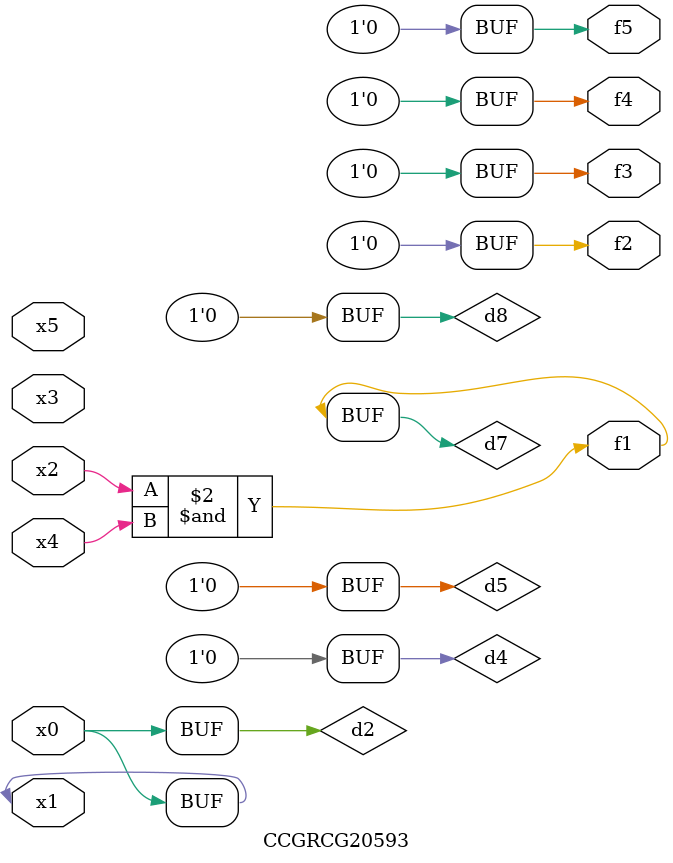
<source format=v>
module CCGRCG20593(
	input x0, x1, x2, x3, x4, x5,
	output f1, f2, f3, f4, f5
);

	wire d1, d2, d3, d4, d5, d6, d7, d8, d9;

	nand (d1, x1);
	buf (d2, x0, x1);
	nand (d3, x2, x4);
	and (d4, d1, d2);
	and (d5, d1, d2);
	nand (d6, d1, d3);
	not (d7, d3);
	xor (d8, d5);
	nor (d9, d5, d6);
	assign f1 = d7;
	assign f2 = d8;
	assign f3 = d8;
	assign f4 = d8;
	assign f5 = d8;
endmodule

</source>
